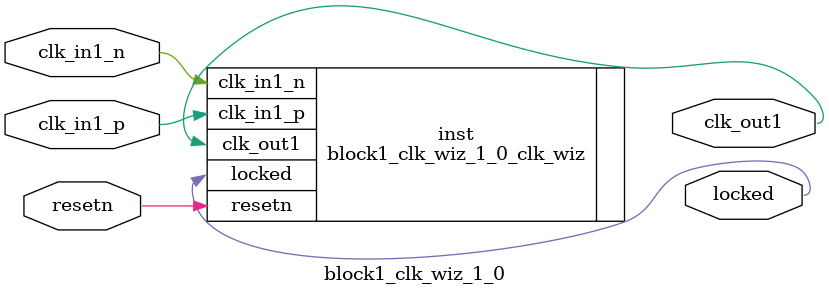
<source format=v>


`timescale 1ps/1ps

(* CORE_GENERATION_INFO = "block1_clk_wiz_1_0,clk_wiz_v6_0_2_0_0,{component_name=block1_clk_wiz_1_0,use_phase_alignment=true,use_min_o_jitter=false,use_max_i_jitter=false,use_dyn_phase_shift=false,use_inclk_switchover=false,use_dyn_reconfig=false,enable_axi=0,feedback_source=FDBK_AUTO,PRIMITIVE=MMCM,num_out_clk=1,clkin1_period=10.000,clkin2_period=10.000,use_power_down=false,use_reset=true,use_locked=true,use_inclk_stopped=false,feedback_type=SINGLE,CLOCK_MGR_TYPE=NA,manual_override=false}" *)

module block1_clk_wiz_1_0 
 (
  // Clock out ports
  output        clk_out1,
  // Status and control signals
  input         resetn,
  output        locked,
 // Clock in ports
  input         clk_in1_p,
  input         clk_in1_n
 );

  block1_clk_wiz_1_0_clk_wiz inst
  (
  // Clock out ports  
  .clk_out1(clk_out1),
  // Status and control signals               
  .resetn(resetn), 
  .locked(locked),
 // Clock in ports
  .clk_in1_p(clk_in1_p),
  .clk_in1_n(clk_in1_n)
  );

endmodule

</source>
